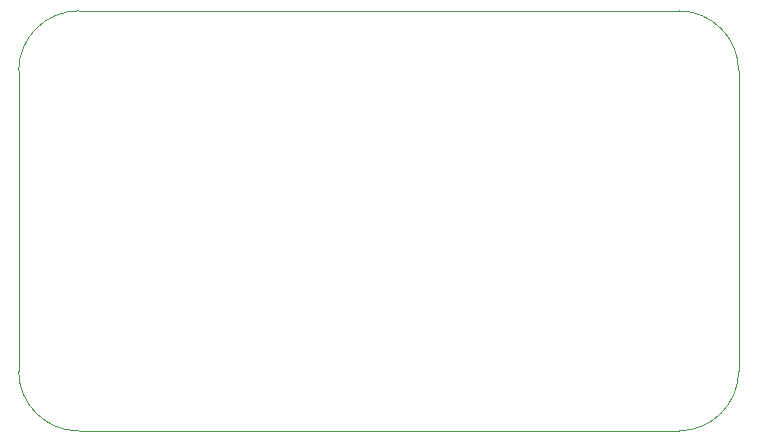
<source format=gbr>
%TF.GenerationSoftware,KiCad,Pcbnew,6.0.5*%
%TF.CreationDate,2022-09-23T14:14:17+02:00*%
%TF.ProjectId,Alternator_Motor_Driver,416c7465-726e-4617-946f-725f4d6f746f,1.0*%
%TF.SameCoordinates,Original*%
%TF.FileFunction,Profile,NP*%
%FSLAX46Y46*%
G04 Gerber Fmt 4.6, Leading zero omitted, Abs format (unit mm)*
G04 Created by KiCad (PCBNEW 6.0.5) date 2022-09-23 14:14:17*
%MOMM*%
%LPD*%
G01*
G04 APERTURE LIST*
%TA.AperFunction,Profile*%
%ADD10C,0.100000*%
%TD*%
G04 APERTURE END LIST*
D10*
X119380000Y-78740000D02*
G75*
G03*
X114300000Y-83820000I0J-5080000D01*
G01*
X170180000Y-114299999D02*
X119380000Y-114299999D01*
X175259999Y-83820000D02*
X175259999Y-109220000D01*
X114300001Y-109220000D02*
X114300000Y-83820000D01*
X119380000Y-78740000D02*
X170180000Y-78740001D01*
X170180000Y-114299999D02*
G75*
G03*
X175259999Y-109220000I0J5079999D01*
G01*
X114300001Y-109220000D02*
G75*
G03*
X119380000Y-114299999I5079999J0D01*
G01*
X175259999Y-83820000D02*
G75*
G03*
X170180000Y-78740001I-5079999J0D01*
G01*
M02*

</source>
